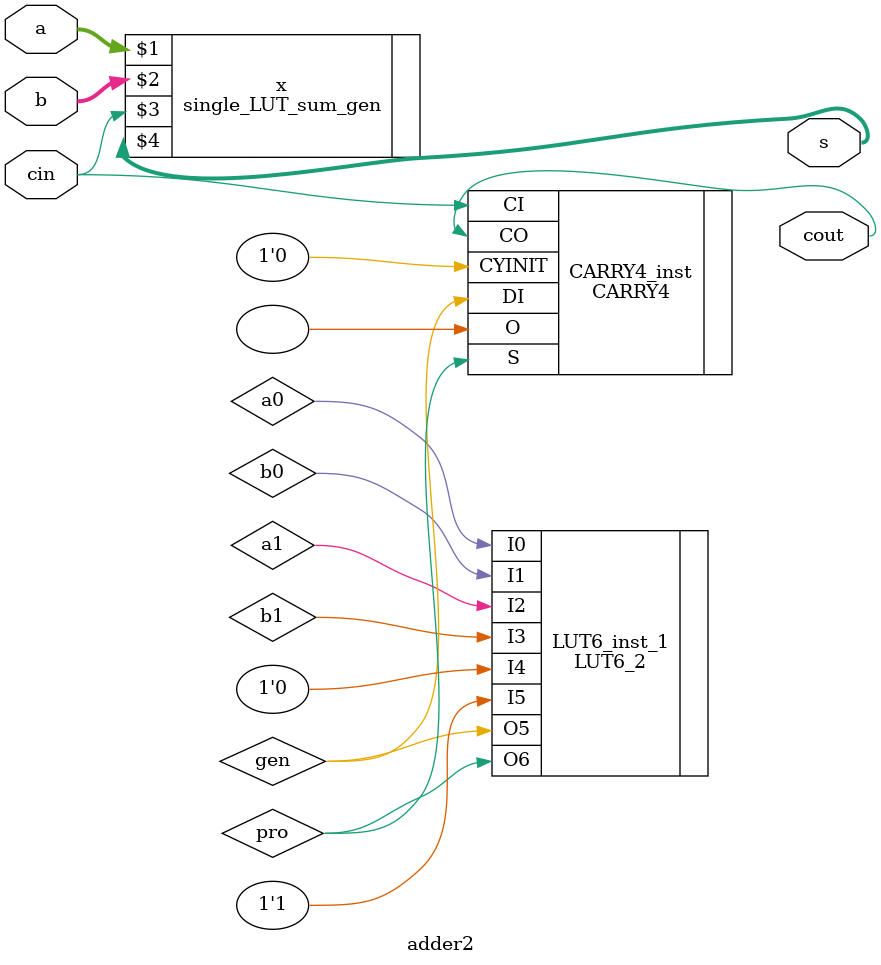
<source format=v>
`timescale 1ns / 1ps

module adder2(a, b, cin, s, cout);
input [1:0] a, b;
output [1:0] s;
input cin;
output cout;


LUT6_2 #(
.INIT(64'h000006600000F880) // Specify LUT Contents
) LUT6_inst_1 (
.O6(pro), // LUT general output
.O5(gen),
.I0(a0), // LUT input
.I1(b0), // LUT input
.I2(a1), // LUT input
.I3(b1), // LUT input
.I4(1'd0), // LUT input
.I5(1'd1) // LUT input
);


CARRY4 CARRY4_inst (
.CO(cout), // 4-bit carry out
.O(), // 4-bit carry chain XOR data out
.CI(cin), // 1-bit carry cascade input
.CYINIT(1'd0), // 1-bit carry initialization
.DI(gen), // 4-bit carry-MUX data in
.S(pro) // 4-bit carry-MUX select input
);


single_LUT_sum_gen x(a,b,cin,s);




endmodule


//module TwoBitAdder(
//    input [1:0] A,     // Two bits of input A
//    input [1:0] B,     // Two bits of input B
//    input Cin,         // Carry-in
//    output [1:0] S,    // Two sum bits
//    output Cout        // Carry-out
//);
//    wire [1:0] G, P;   // Generate and Propagate for each bit
//    wire Carry_out;    // Carry between the two bits

//    // LUT6_2 for Generate and Propagate
//    // LUT6 computes both G and P in a single instance
//    (* LUT_MAP="yes" *)
//    LUT6_2 #(
//        .INIT(64'hE888_8000_6996_6996) // Truth table for G and P
//    ) LUT_G_P (
//        .I0(A[0]), .I1(B[0]),   // First bit inputs
//        .I2(A[1]), .I3(B[1]),   // Second bit inputs
//        .I4(1'b0), .I5(1'b0),   // Not used for this logic
//        .O6(G[1]),              // G = A1 & B1 | (A1 ^ B1) & A0 & B0
//        .O5(P[1])               // P = (A1 ^ B1) & (A0 ^ B0)
//    );

//    // CARRY4 for Carry Propagation
//    (* CARRY4_MAP="yes" *)
//    CARRY4 carry4_inst (
//        .CI(Cin),               // Carry-in from previous stage
//        .CO({Cout, Carry_out}), // Carry-out signals
//        .DI(G),                 // Generate signals
//        .S(P)                   // Propagate signals
//    );

//    // Sum calculation using XOR
//    assign S[0] = A[0] ^ B[0] ^ Cin;
//    assign S[1] = A[1] ^ B[1] ^ Carry_out;

//endmodule

</source>
